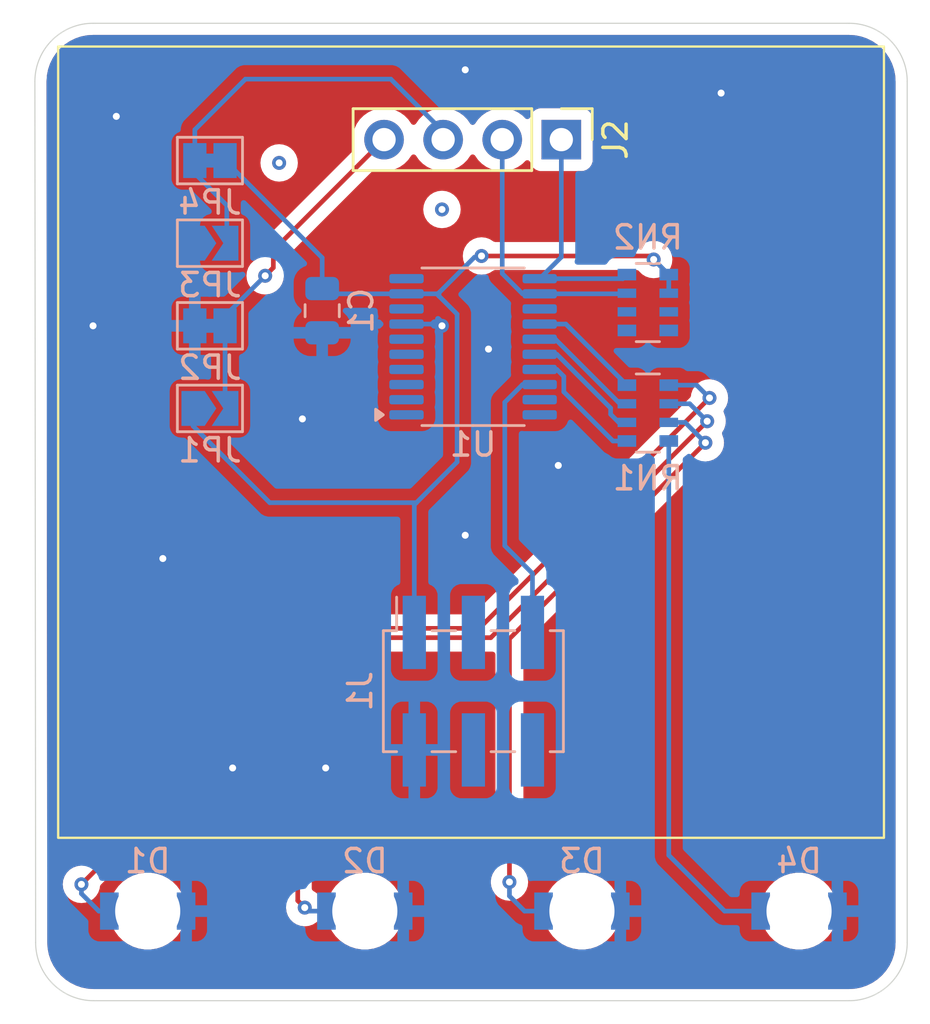
<source format=kicad_pcb>
(kicad_pcb (version 20240108) (generator "pcbnew") (generator_version "8.0")
  (layers (0 "F.Cu" signal) (31 "B.Cu" signal) (34 "B.Paste" user) (35 "F.Paste" user) (36 "B.SilkS" user "B.Silkscreen") (37 "F.SilkS" user "F.Silkscreen") (38 "B.Mask" user) (39 "F.Mask" user) (44 "Edge.Cuts" user))
  (net 0 "")
  (net 1 "VCC")
  (net 2 "VSS")
  (net 3 "Net-(D1-A)")
  (net 4 "Net-(D2-A)")
  (net 5 "Net-(D3-A)")
  (net 6 "Net-(D4-A)")
  (net 7 "SWIO")
  (net 11 "SDA")
  (net 12 "Net-(J2-Pin_3)")
  (net 13 "Net-(J2-Pin_4)")
  (net 14 "SCL")
  (net 15 "C")
  (net 16 "D")
  (net 17 "B")
  (net 18 "A")
  (footprint "Connector_PinHeader_2.54mm:PinHeader_1x04_P2.54mm_Vertical" (layer "F.Cu") (at 174.13 67 -90)
    (property "Reference" "J2" (at 0 -2.33 90) (layer "F.SilkS"))
    (property "Value" "OledDisplay")
    (fp_line (start -1.33 8.95) (end 1.33 8.95) (stroke (width 0.12)) (layer "F.SilkS"))
    (fp_line (start -1.33 1.27) (end -1.33 8.95) (stroke (width 0.12)) (layer "F.SilkS"))
    (fp_line (start -1.33 1.27) (end 1.33 1.27) (stroke (width 0.12)) (layer "F.SilkS"))
    (fp_line (start 1.33 1.27) (end 1.33 8.95) (stroke (width 0.12)) (layer "F.SilkS"))
    (fp_line (start -1.33 0) (end -1.33 -1.33) (stroke (width 0.12)) (layer "F.SilkS"))
    (fp_line (start -1.33 -1.33) (end 0 -1.33) (stroke (width 0.12)) (layer "F.SilkS"))
    (pad "1" thru_hole rect (at 0 0 270) (size 1.7 1.7) (drill 1) (layers "*.Cu" "*.Mask") (net 11 "SDA"))
    (pad "2" thru_hole oval (at 0 2.54 270) (size 1.7 1.7) (drill 1) (layers "*.Cu" "*.Mask") (net 14 "SCL"))
    (pad "3" thru_hole oval (at 0 5.08 270) (size 1.7 1.7) (drill 1) (layers "*.Cu" "*.Mask") (net 12 "Net-(J2-Pin_3)"))
    (pad "4" thru_hole oval (at 0 7.62 270) (size 1.7 1.7) (drill 1) (layers "*.Cu" "*.Mask") (net 13 "Net-(J2-Pin_4)"))
  )
  (footprint "Capacitor_SMD:C_0805_2012Metric" (layer "B.Cu") (at 163.85 74.35 90)
    (property "Reference" "C1" (at 0 1.68 270) (layer "B.SilkS") (effects (justify mirror)))
    (property "Value" "C_Small")
    (fp_line (start 0.261252 -0.735) (end -0.261252 -0.735) (stroke (width 0.12)) (layer "B.SilkS"))
    (fp_line (start 0.261252 0.735) (end -0.261252 0.735) (stroke (width 0.12)) (layer "B.SilkS"))
    (pad "1" smd roundrect (at -0.95 0 90) (size 1 1.45) (layers "B.Cu" "B.Paste" "B.Mask") (net 2 "VSS"))
    (pad "2" smd roundrect (at 0.95 0 90) (size 1 1.45) (layers "B.Cu" "B.Paste" "B.Mask") (net 1 "VCC"))
  )
  (footprint "Resistor_SMD:R_Array_Convex_4x0603" (layer "B.Cu") (at 177.85 78.75)
    (property "Reference" "RN1" (at 0 2.8 360) (layer "B.SilkS") (effects (justify mirror)))
    (property "Value" "R_Pack04")
    (fp_line (start -0.5 -1.68) (end 0.5 -1.68) (stroke (width 0.12)) (layer "B.SilkS"))
    (fp_line (start -0.5 1.68) (end 0.5 1.68) (stroke (width 0.12)) (layer "B.SilkS"))
    (pad "1" smd rect (at -0.9 1.2) (size 0.8 0.5) (layers "B.Cu" "B.Paste" "B.Mask") (net 16 "D"))
    (pad "2" smd rect (at -0.9 0.4) (size 0.8 0.4) (layers "B.Cu" "B.Paste" "B.Mask") (net 15 "C"))
    (pad "3" smd rect (at -0.9 -0.4) (size 0.8 0.4) (layers "B.Cu" "B.Paste" "B.Mask") (net 17 "B"))
    (pad "4" smd rect (at -0.9 -1.2) (size 0.8 0.5) (layers "B.Cu" "B.Paste" "B.Mask") (net 18 "A"))
    (pad "5" smd rect (at 0.9 -1.2) (size 0.8 0.5) (layers "B.Cu" "B.Paste" "B.Mask") (net 3 "Net-(D1-A)"))
    (pad "6" smd rect (at 0.9 -0.4) (size 0.8 0.4) (layers "B.Cu" "B.Paste" "B.Mask") (net 4 "Net-(D2-A)"))
    (pad "7" smd rect (at 0.9 0.4) (size 0.8 0.4) (layers "B.Cu" "B.Paste" "B.Mask") (net 5 "Net-(D3-A)"))
    (pad "8" smd rect (at 0.9 1.2) (size 0.8 0.5) (layers "B.Cu" "B.Paste" "B.Mask") (net 6 "Net-(D4-A)"))
  )
  (footprint "Jumper:SolderJumper-2_P1.3mm_Open_TrianglePad1.0x1.5mm" (layer "B.Cu") (at 159.025 71.45)
    (property "Reference" "JP3" (at 0 1.8 360) (layer "B.SilkS") (effects (justify mirror)))
    (property "Value" "Jumper_2_Open")
    (fp_line (start -1.4 -1) (end 1.4 -1) (stroke (width 0.12)) (layer "B.SilkS"))
    (fp_line (start -1.4 1) (end -1.4 -1) (stroke (width 0.12)) (layer "B.SilkS"))
    (fp_line (start 1.4 -1) (end 1.4 1) (stroke (width 0.12)) (layer "B.SilkS"))
    (fp_line (start 1.4 1) (end -1.4 1) (stroke (width 0.12)) (layer "B.SilkS"))
    (pad "1" smd custom (at -0.725 0) (size 0.3 0.3) (layers "B.Cu" "B.Mask") (net 2 "VSS") (options (clearance outline) (anchor rect)) (primitives (gr_poly (pts (xy 1 0) (xy 0.5 -0.75) (xy -0.5 -0.75) (xy -0.5 0.75) (xy 0.5 0.75)) (width 0) (fill yes))))
    (pad "2" smd custom (at 0.725 0) (size 0.3 0.3) (layers "B.Cu" "B.Mask") (net 12 "Net-(J2-Pin_3)") (options (clearance outline) (anchor rect)) (primitives (gr_poly (pts (xy 0.5 -0.75) (xy -0.65 -0.75) (xy -0.15 0) (xy -0.65 0.75) (xy 0.5 0.75)) (width 0) (fill yes))))
  )
  (footprint "UE_LED:156120VS75000-ReverseCircle" (layer "B.Cu") (at 165.683333 100.15 180)
    (property "Reference" "D2" (at 0 2.15 0) (layer "B.SilkS") (effects (justify mirror)))
    (property "Value" "LED_Small")
    (pad "" np_thru_hole circle (at 0 0 180) (size 2.8 2.8) (drill 2.8) (layers "F&B.Cu" "*.Mask"))
    (pad "1" smd rect (at -1.65 0 180) (size 0.8 1.6) (layers "B.Cu" "B.Paste" "B.Mask") (net 2 "VSS"))
    (pad "2" smd rect (at 1.65 0 180) (size 0.8 1.6) (layers "B.Cu" "B.Paste" "B.Mask") (net 4 "Net-(D2-A)"))
  )
  (footprint "Jumper:SolderJumper-2_P1.3mm_Open_TrianglePad1.0x1.5mm" (layer "B.Cu") (at 159.025 78.55)
    (property "Reference" "JP1" (at 0 1.8 360) (layer "B.SilkS") (effects (justify mirror)))
    (property "Value" "JOpen")
    (fp_line (start -1.4 -1) (end 1.4 -1) (stroke (width 0.12)) (layer "B.SilkS"))
    (fp_line (start -1.4 1) (end -1.4 -1) (stroke (width 0.12)) (layer "B.SilkS"))
    (fp_line (start 1.4 -1) (end 1.4 1) (stroke (width 0.12)) (layer "B.SilkS"))
    (fp_line (start 1.4 1) (end -1.4 1) (stroke (width 0.12)) (layer "B.SilkS"))
    (pad "1" smd custom (at -0.725 0) (size 0.3 0.3) (layers "B.Cu" "B.Mask") (net 1 "VCC") (options (clearance outline) (anchor rect)) (primitives (gr_poly (pts (xy 1 0) (xy 0.5 -0.75) (xy -0.5 -0.75) (xy -0.5 0.75) (xy 0.5 0.75)) (width 0) (fill yes))))
    (pad "2" smd custom (at 0.725 0) (size 0.3 0.3) (layers "B.Cu" "B.Mask") (net 13 "Net-(J2-Pin_4)") (options (clearance outline) (anchor rect)) (primitives (gr_poly (pts (xy 0.5 -0.75) (xy -0.65 -0.75) (xy -0.15 0) (xy -0.65 0.75) (xy 0.5 0.75)) (width 0) (fill yes))))
  )
  (footprint "Package_SO:TSSOP-20_4.4x6.5mm_P0.65mm" (layer "B.Cu") (at 170.3375 75.9)
    (property "Reference" "U1" (at 0 4.2 360) (layer "B.SilkS") (effects (justify mirror)))
    (property "Value" "CH32V003FxPx")
    (fp_line (start -2.2 -3.385) (end 0 -3.385) (stroke (width 0.12)) (layer "B.SilkS"))
    (fp_line (start -2.2 3.385) (end 0 3.385) (stroke (width 0.12)) (layer "B.SilkS"))
    (fp_line (start 2.2 -3.385) (end 0 -3.385) (stroke (width 0.12)) (layer "B.SilkS"))
    (fp_line (start 2.2 3.385) (end 0 3.385) (stroke (width 0.12)) (layer "B.SilkS"))
    (fp_poly (pts (xy -3.86 2.925) (xy -4.19 3.165) (xy -4.19 2.685) (xy -3.86 2.925)) (stroke (width 0.12)) (fill solid) (layer "B.SilkS"))
    (pad "1" smd roundrect (at -2.8625 2.925) (size 1.475 0.4) (layers "B.Cu" "B.Paste" "B.Mask"))
    (pad "2" smd roundrect (at -2.8625 2.275) (size 1.475 0.4) (layers "B.Cu" "B.Paste" "B.Mask"))
    (pad "3" smd roundrect (at -2.8625 1.625) (size 1.475 0.4) (layers "B.Cu" "B.Paste" "B.Mask"))
    (pad "4" smd roundrect (at -2.8625 0.975) (size 1.475 0.4) (layers "B.Cu" "B.Paste" "B.Mask"))
    (pad "5" smd roundrect (at -2.8625 0.325) (size 1.475 0.4) (layers "B.Cu" "B.Paste" "B.Mask"))
    (pad "6" smd roundrect (at -2.8625 -0.325) (size 1.475 0.4) (layers "B.Cu" "B.Paste" "B.Mask"))
    (pad "7" smd roundrect (at -2.8625 -0.975) (size 1.475 0.4) (layers "B.Cu" "B.Paste" "B.Mask") (net 2 "VSS"))
    (pad "8" smd roundrect (at -2.8625 -1.625) (size 1.475 0.4) (layers "B.Cu" "B.Paste" "B.Mask"))
    (pad "9" smd roundrect (at -2.8625 -2.275) (size 1.475 0.4) (layers "B.Cu" "B.Paste" "B.Mask") (net 1 "VCC"))
    (pad "10" smd roundrect (at -2.8625 -2.925) (size 1.475 0.4) (layers "B.Cu" "B.Paste" "B.Mask"))
    (pad "11" smd roundrect (at 2.8625 -2.925) (size 1.475 0.4) (layers "B.Cu" "B.Paste" "B.Mask") (net 11 "SDA"))
    (pad "12" smd roundrect (at 2.8625 -2.275) (size 1.475 0.4) (layers "B.Cu" "B.Paste" "B.Mask") (net 14 "SCL"))
    (pad "13" smd roundrect (at 2.8625 -1.625) (size 1.475 0.4) (layers "B.Cu" "B.Paste" "B.Mask"))
    (pad "14" smd roundrect (at 2.8625 -0.975) (size 1.475 0.4) (layers "B.Cu" "B.Paste" "B.Mask") (net 18 "A"))
    (pad "15" smd roundrect (at 2.8625 -0.325) (size 1.475 0.4) (layers "B.Cu" "B.Paste" "B.Mask") (net 17 "B"))
    (pad "16" smd roundrect (at 2.8625 0.325) (size 1.475 0.4) (layers "B.Cu" "B.Paste" "B.Mask") (net 15 "C"))
    (pad "17" smd roundrect (at 2.8625 0.975) (size 1.475 0.4) (layers "B.Cu" "B.Paste" "B.Mask") (net 16 "D"))
    (pad "18" smd roundrect (at 2.8625 1.625) (size 1.475 0.4) (layers "B.Cu" "B.Paste" "B.Mask") (net 7 "SWIO"))
    (pad "19" smd roundrect (at 2.8625 2.275) (size 1.475 0.4) (layers "B.Cu" "B.Paste" "B.Mask"))
    (pad "20" smd roundrect (at 2.8625 2.925) (size 1.475 0.4) (layers "B.Cu" "B.Paste" "B.Mask"))
  )
  (footprint "UE_LED:156120VS75000-ReverseCircle" (layer "B.Cu") (at 156.35 100.15 180)
    (property "Reference" "D1" (at 0 2.15 0) (layer "B.SilkS") (effects (justify mirror)))
    (property "Value" "LED_Small")
    (pad "" np_thru_hole circle (at 0 0 180) (size 2.8 2.8) (drill 2.8) (layers "F&B.Cu" "*.Mask"))
    (pad "1" smd rect (at -1.65 0 180) (size 0.8 1.6) (layers "B.Cu" "B.Paste" "B.Mask") (net 2 "VSS"))
    (pad "2" smd rect (at 1.65 0 180) (size 0.8 1.6) (layers "B.Cu" "B.Paste" "B.Mask") (net 3 "Net-(D1-A)"))
  )
  (footprint "Jumper:SolderJumper-2_P1.3mm_Bridged_Pad1.0x1.5mm" (layer "B.Cu") (at 159.025 75)
    (property "Reference" "JP2" (at 0 1.8 360) (layer "B.SilkS") (effects (justify mirror)))
    (property "Value" "JClosed")
    (fp_poly (pts (xy -0.25 0.3) (xy 0.25 0.3) (xy 0.25 -0.3) (xy -0.25 -0.3)) (fill solid) (layer "B.Cu"))
    (fp_line (start -1.4 -1) (end 1.4 -1) (stroke (width 0.12)) (layer "B.SilkS"))
    (fp_line (start -1.4 1) (end -1.4 -1) (stroke (width 0.12)) (layer "B.SilkS"))
    (fp_line (start 1.4 -1) (end 1.4 1) (stroke (width 0.12)) (layer "B.SilkS"))
    (fp_line (start 1.4 1) (end -1.4 1) (stroke (width 0.12)) (layer "B.SilkS"))
    (pad "1" smd rect (at -0.65 0) (size 1 1.5) (layers "B.Cu" "B.Mask") (net 2 "VSS"))
    (pad "2" smd rect (at 0.65 0) (size 1 1.5) (layers "B.Cu" "B.Mask") (net 13 "Net-(J2-Pin_4)"))
  )
  (footprint "UE_LED:156120VS75000-ReverseCircle" (layer "B.Cu") (at 175.016666 100.15 180)
    (property "Reference" "D3" (at 0 2.15 0) (layer "B.SilkS") (effects (justify mirror)))
    (property "Value" "LED_Small")
    (pad "" np_thru_hole circle (at 0 0 180) (size 2.8 2.8) (drill 2.8) (layers "F&B.Cu" "*.Mask"))
    (pad "1" smd rect (at -1.65 0 180) (size 0.8 1.6) (layers "B.Cu" "B.Paste" "B.Mask") (net 2 "VSS"))
    (pad "2" smd rect (at 1.65 0 180) (size 0.8 1.6) (layers "B.Cu" "B.Paste" "B.Mask") (net 5 "Net-(D3-A)"))
  )
  (footprint "Jumper:SolderJumper-2_P1.3mm_Bridged_Pad1.0x1.5mm" (layer "B.Cu") (at 159.025 67.9)
    (property "Reference" "JP4" (at 0 1.8 360) (layer "B.SilkS") (effects (justify mirror)))
    (property "Value" "Jumper_2_Bridged")
    (fp_poly (pts (xy -0.25 0.3) (xy 0.25 0.3) (xy 0.25 -0.3) (xy -0.25 -0.3)) (fill solid) (layer "B.Cu"))
    (fp_line (start -1.4 -1) (end 1.4 -1) (stroke (width 0.12)) (layer "B.SilkS"))
    (fp_line (start -1.4 1) (end -1.4 -1) (stroke (width 0.12)) (layer "B.SilkS"))
    (fp_line (start 1.4 -1) (end 1.4 1) (stroke (width 0.12)) (layer "B.SilkS"))
    (fp_line (start 1.4 1) (end -1.4 1) (stroke (width 0.12)) (layer "B.SilkS"))
    (pad "1" smd rect (at -0.65 0) (size 1 1.5) (layers "B.Cu" "B.Mask") (net 12 "Net-(J2-Pin_3)"))
    (pad "2" smd rect (at 0.65 0) (size 1 1.5) (layers "B.Cu" "B.Mask") (net 1 "VCC"))
  )
  (footprint "Connector_PinHeader_2.54mm:PinHeader_2x03_P2.54mm_Vertical_SMD" (layer "B.Cu") (at 170.35 90.7 -90)
    (property "Reference" "J1" (at 0 4.87 90) (layer "B.SilkS") (effects (justify mirror)))
    (property "Value" "Conn_02x03_Odd_Even" (hide yes))
    (fp_line (start 2.6 3.87) (end -2.6 3.87) (stroke (width 0.12)) (layer "B.SilkS"))
    (fp_line (start -2.6 3.3) (end -2.6 3.87) (stroke (width 0.12)) (layer "B.SilkS"))
    (fp_line (start -2.6 3.3) (end -4.04 3.3) (stroke (width 0.12)) (layer "B.SilkS"))
    (fp_line (start 2.6 3.3) (end 2.6 3.87) (stroke (width 0.12)) (layer "B.SilkS"))
    (fp_line (start -2.6 0.76) (end -2.6 1.78) (stroke (width 0.12)) (layer "B.SilkS"))
    (fp_line (start 2.6 0.76) (end 2.6 1.78) (stroke (width 0.12)) (layer "B.SilkS"))
    (fp_line (start -2.6 -1.78) (end -2.6 -0.76) (stroke (width 0.12)) (layer "B.SilkS"))
    (fp_line (start 2.6 -1.78) (end 2.6 -0.76) (stroke (width 0.12)) (layer "B.SilkS"))
    (fp_line (start -2.6 -3.87) (end -2.6 -3.3) (stroke (width 0.12)) (layer "B.SilkS"))
    (fp_line (start 2.6 -3.87) (end 2.6 -3.3) (stroke (width 0.12)) (layer "B.SilkS"))
    (fp_line (start 2.6 -3.87) (end -2.6 -3.87) (stroke (width 0.12)) (layer "B.SilkS"))
    (pad "1" smd rect (at -2.525 2.54 270) (size 3.15 1) (layers "B.Cu" "B.Paste" "B.Mask") (net 1 "VCC"))
    (pad "2" smd rect (at 2.525 2.54 270) (size 3.15 1) (layers "B.Cu" "B.Paste" "B.Mask") (net 2 "VSS"))
    (pad "3" smd rect (at -2.525 0 270) (size 3.15 1) (layers "B.Cu" "B.Paste" "B.Mask"))
    (pad "4" smd rect (at 2.525 0 270) (size 3.15 1) (layers "B.Cu" "B.Paste" "B.Mask"))
    (pad "5" smd rect (at -2.525 -2.54 270) (size 3.15 1) (layers "B.Cu" "B.Paste" "B.Mask") (net 7 "SWIO"))
    (pad "6" smd rect (at 2.525 -2.54 270) (size 3.15 1) (layers "B.Cu" "B.Paste" "B.Mask"))
  )
  (footprint "Resistor_SMD:R_Array_Convex_4x0603" (layer "B.Cu") (at 177.85 74 180)
    (property "Reference" "RN2" (at 0 2.8 180) (layer "B.SilkS") (effects (justify mirror)))
    (property "Value" "R_Pack04")
    (fp_line (start -0.5 1.68) (end 0.5 1.68) (stroke (width 0.12)) (layer "B.SilkS"))
    (fp_line (start -0.5 -1.68) (end 0.5 -1.68) (stroke (width 0.12)) (layer "B.SilkS"))
    (pad "1" smd rect (at -0.9 1.2 180) (size 0.8 0.5) (layers "B.Cu" "B.Paste" "B.Mask") (net 1 "VCC"))
    (pad "2" smd rect (at -0.9 0.4 180) (size 0.8 0.4) (layers "B.Cu" "B.Paste" "B.Mask") (net 1 "VCC"))
    (pad "3" smd rect (at -0.9 -0.4 180) (size 0.8 0.4) (layers "B.Cu" "B.Paste" "B.Mask"))
    (pad "4" smd rect (at -0.9 -1.2 180) (size 0.8 0.5) (layers "B.Cu" "B.Paste" "B.Mask"))
    (pad "5" smd rect (at 0.9 -1.2 180) (size 0.8 0.5) (layers "B.Cu" "B.Paste" "B.Mask"))
    (pad "6" smd rect (at 0.9 -0.4 180) (size 0.8 0.4) (layers "B.Cu" "B.Paste" "B.Mask"))
    (pad "7" smd rect (at 0.9 0.4 180) (size 0.8 0.4) (layers "B.Cu" "B.Paste" "B.Mask") (net 14 "SCL"))
    (pad "8" smd rect (at 0.9 1.2 180) (size 0.8 0.5) (layers "B.Cu" "B.Paste" "B.Mask") (net 11 "SDA"))
  )
  (footprint "UE_LED:156120VS75000-ReverseCircle" (layer "B.Cu") (at 184.35 100.15 180)
    (property "Reference" "D4" (at 0 2.15 0) (layer "B.SilkS") (effects (justify mirror)))
    (property "Value" "LED_Small")
    (pad "" np_thru_hole circle (at 0 0 180) (size 2.8 2.8) (drill 2.8) (layers "F&B.Cu" "*.Mask"))
    (pad "1" smd rect (at -1.65 0 180) (size 0.8 1.6) (layers "B.Cu" "B.Paste" "B.Mask") (net 2 "VSS"))
    (pad "2" smd rect (at 1.65 0 180) (size 0.8 1.6) (layers "B.Cu" "B.Paste" "B.Mask") (net 6 "Net-(D4-A)"))
  )
  (gr_rect (start 152.5 63) (end 188 97) (stroke (width 0.1)) (fill none) (layer "F.SilkS"))
  (gr_line (start 154 62) (end 186.5 62) (stroke (width 0.05)) (layer "Edge.Cuts"))
  (gr_arc (start 154.032233 104) (mid 152.264466 103.267767) (end 151.532233 101.5) (stroke (width 0.05)) (layer "Edge.Cuts"))
  (gr_line (start 189 64.5) (end 189 101.5) (stroke (width 0.05)) (layer "Edge.Cuts"))
  (gr_line (start 151.532233 101.5) (end 151.5 64.5) (stroke (width 0.05)) (layer "Edge.Cuts"))
  (gr_arc (start 189 101.5) (mid 188.267767 103.267767) (end 186.5 104) (stroke (width 0.05)) (layer "Edge.Cuts"))
  (gr_arc (start 186.5 62) (mid 188.267767 62.732233) (end 189 64.5) (stroke (width 0.05)) (layer "Edge.Cuts"))
  (gr_line (start 186.5 104) (end 154.032233 104) (stroke (width 0.05)) (layer "Edge.Cuts"))
  (gr_arc (start 151.5 64.5) (mid 152.232233 62.732233) (end 154 62) (stroke (width 0.05)) (layer "Edge.Cuts"))
  (via (at 162 68) (size 0.6) (drill 0.3) (layers "F.Cu" "B.Cu") (net 0))
  (via (at 169 70) (size 0.6) (drill 0.3) (layers "F.Cu" "B.Cu") (net 0))
  (segment (start 170.7 72) (end 177.95 72) (width 0.2) (layer "F.Cu") (net 1))
  (segment (start 177.95 72) (end 178.1 72.15) (width 0.2) (layer "F.Cu") (net 1))
  (via (at 170.7 72) (size 0.6) (drill 0.3) (layers "F.Cu" "B.Cu") (net 1))
  (via (at 178.1 72.15) (size 0.6) (drill 0.3) (layers "F.Cu" "B.Cu") (net 1))
  (segment (start 168.875 73.725) (end 168.775 73.625) (width 0.2) (layer "B.Cu") (net 1))
  (segment (start 168.775 73.625) (end 167.475 73.625) (width 0.2) (layer "B.Cu") (net 1))
  (segment (start 178.1 72.15) (end 178.75 72.8) (width 0.2) (layer "B.Cu") (net 1))
  (segment (start 169.65 74.5) (end 168.875 73.725) (width 0.2) (layer "B.Cu") (net 1))
  (segment (start 168.875 73.725) (end 168.875 73.575) (width 0.2) (layer "B.Cu") (net 1))
  (segment (start 163.85 72.075) (end 163.85 73.4) (width 0.2) (layer "B.Cu") (net 1))
  (segment (start 159.675 67.9) (end 163.85 72.075) (width 0.2) (layer "B.Cu") (net 1))
  (segment (start 158.3 79.305) (end 161.595 82.6) (width 0.2) (layer "B.Cu") (net 1))
  (segment (start 178.75 73.6) (end 178.75 72.8) (width 0.2) (layer "B.Cu") (net 1))
  (segment (start 170.4 72.05) (end 170.65 72.05) (width 0.2) (layer "B.Cu") (net 1))
  (segment (start 167.81 88.175) (end 167.81 82.69) (width 0.2) (layer "B.Cu") (net 1))
  (segment (start 168.875 73.575) (end 170.4 72.05) (width 0.2) (layer "B.Cu") (net 1))
  (segment (start 178 72.05) (end 178.1 72.15) (width 0.2) (layer "B.Cu") (net 1))
  (segment (start 170.65 72.05) (end 170.7 72) (width 0.2) (layer "B.Cu") (net 1))
  (segment (start 169.65 80.85) (end 169.65 74.5) (width 0.2) (layer "B.Cu") (net 1))
  (segment (start 167.9 82.6) (end 169.65 80.85) (width 0.2) (layer "B.Cu") (net 1))
  (segment (start 164.075 73.625) (end 163.85 73.4) (width 0.2) (layer "B.Cu") (net 1))
  (segment (start 158.3 78.55) (end 158.3 79.305) (width 0.2) (layer "B.Cu") (net 1))
  (segment (start 161.595 82.6) (end 167.9 82.6) (width 0.2) (layer "B.Cu") (net 1))
  (segment (start 167.81 82.69) (end 167.9 82.6) (width 0.2) (layer "B.Cu") (net 1))
  (segment (start 167.475 73.625) (end 164.075 73.625) (width 0.2) (layer "B.Cu") (net 1))
  (via (at 170 64) (size 0.6) (drill 0.3) (layers "F.Cu" "B.Cu") (net 2))
  (via (at 164 94) (size 0.6) (drill 0.3) (layers "F.Cu" "B.Cu") (net 2))
  (via (at 155 66) (size 0.6) (drill 0.3) (layers "F.Cu" "B.Cu") (net 2))
  (via (at 171 76) (size 0.6) (drill 0.3) (layers "F.Cu" "B.Cu") (net 2))
  (via (at 160 94) (size 0.6) (drill 0.3) (layers "F.Cu" "B.Cu") (net 2))
  (via (at 157 85) (size 0.6) (drill 0.3) (layers "F.Cu" "B.Cu") (net 2))
  (via (at 154 75) (size 0.6) (drill 0.3) (layers "F.Cu" "B.Cu") (net 2))
  (via (at 163 79) (size 0.6) (drill 0.3) (layers "F.Cu" "B.Cu") (net 2))
  (via (at 181 65) (size 0.6) (drill 0.3) (layers "F.Cu" "B.Cu") (net 2))
  (via (at 169 75) (size 0.6) (drill 0.3) (layers "F.Cu" "B.Cu") (net 2))
  (via (at 170 84) (size 0.6) (drill 0.3) (layers "F.Cu" "B.Cu") (net 2))
  (via (at 174 81) (size 0.6) (drill 0.3) (layers "F.Cu" "B.Cu") (net 2))
  (segment (start 167.475 74.925) (end 168.925 74.925) (width 0.2) (layer "B.Cu") (net 2))
  (segment (start 168.925 74.925) (end 169 75) (width 0.2) (layer "B.Cu") (net 2))
  (segment (start 160.2 88) (end 170.6 88) (width 0.2) (layer "F.Cu") (net 3))
  (segment (start 170.6 88) (end 180.5 78.1) (width 0.2) (layer "F.Cu") (net 3))
  (segment (start 153.5 99) (end 154.3 98.2) (width 0.2) (layer "F.Cu") (net 3))
  (segment (start 154.3 98.2) (end 154.3 93.9) (width 0.2) (layer "F.Cu") (net 3))
  (segment (start 154.3 93.9) (end 160.2 88) (width 0.2) (layer "F.Cu") (net 3))
  (via (at 180.5 78.1) (size 0.6) (drill 0.3) (layers "F.Cu" "B.Cu") (net 3))
  (via (at 153.5 99) (size 0.6) (drill 0.3) (layers "F.Cu" "B.Cu") (net 3))
  (segment (start 179.95 77.55) (end 180.5 78.1) (width 0.2) (layer "B.Cu") (net 3))
  (segment (start 178.75 77.55) (end 179.95 77.55) (width 0.2) (layer "B.Cu") (net 3))
  (segment (start 153.5 99) (end 153.5 99.4) (width 0.2) (layer "B.Cu") (net 3))
  (segment (start 153.5 99.4) (end 154.25 100.15) (width 0.2) (layer "B.Cu") (net 3))
  (segment (start 154.25 100.15) (end 154.6 100.15) (width 0.2) (layer "B.Cu") (net 3))
  (segment (start 162.8 90.6) (end 162.8 91.4) (width 0.2) (layer "F.Cu") (net 4))
  (segment (start 171.1 88.4) (end 165 88.4) (width 0.2) (layer "F.Cu") (net 4))
  (segment (start 162.8 99.7) (end 163.1 100) (width 0.2) (layer "F.Cu") (net 4))
  (segment (start 162.8 91.4) (end 162.8 99.7) (width 0.2) (layer "F.Cu") (net 4))
  (segment (start 165 88.4) (end 162.8 90.6) (width 0.2) (layer "F.Cu") (net 4))
  (segment (start 180.4 79.1) (end 171.1 88.4) (width 0.2) (layer "F.Cu") (net 4))
  (via (at 180.4 79.1) (size 0.6) (drill 0.3) (layers "F.Cu" "B.Cu") (net 4))
  (via (at 163.1 100) (size 0.6) (drill 0.3) (layers "F.Cu" "B.Cu") (net 4))
  (segment (start 163.25 100.15) (end 163.933333 100.15) (width 0.2) (layer "B.Cu") (net 4))
  (segment (start 179.65 78.35) (end 180.4 79.1) (width 0.2) (layer "B.Cu") (net 4))
  (segment (start 163.1 100) (end 163.25 100.15) (width 0.2) (layer "B.Cu") (net 4))
  (segment (start 178.75 78.35) (end 179.65 78.35) (width 0.2) (layer "B.Cu") (net 4))
  (segment (start 171.9 88.44853) (end 171.9 98.9) (width 0.2) (layer "F.Cu") (net 5))
  (segment (start 180.324265 80.024265) (end 171.9 88.44853) (width 0.2) (layer "F.Cu") (net 5))
  (via (at 180.324265 80.024265) (size 0.6) (drill 0.3) (layers "F.Cu" "B.Cu") (net 5))
  (via (at 171.9 98.9) (size 0.6) (drill 0.3) (layers "F.Cu" "B.Cu") (net 5))
  (segment (start 179.45 79.15) (end 180.324265 80.024265) (width 0.2) (layer "B.Cu") (net 5))
  (segment (start 172.55 100.15) (end 173.266666 100.15) (width 0.2) (layer "B.Cu") (net 5))
  (segment (start 178.75 79.15) (end 179.45 79.15) (width 0.2) (layer "B.Cu") (net 5))
  (segment (start 171.9 99.5) (end 172.55 100.15) (width 0.2) (layer "B.Cu") (net 5))
  (segment (start 171.9 98.9) (end 171.9 99.5) (width 0.2) (layer "B.Cu") (net 5))
  (segment (start 178.75 97.75) (end 181.15 100.15) (width 0.2) (layer "B.Cu") (net 6))
  (segment (start 178.75 79.95) (end 178.75 97.75) (width 0.2) (layer "B.Cu") (net 6))
  (segment (start 181.15 100.15) (end 182.6 100.15) (width 0.2) (layer "B.Cu") (net 6))
  (segment (start 171.7 84.45) (end 172.89 85.64) (width 0.2) (layer "B.Cu") (net 7))
  (segment (start 173.2 77.525) (end 172.462501 77.525) (width 0.2) (layer "B.Cu") (net 7))
  (segment (start 172.462501 77.525) (end 171.7 78.287501) (width 0.2) (layer "B.Cu") (net 7))
  (segment (start 172.89 85.64) (end 172.89 88.175) (width 0.2) (layer "B.Cu") (net 7))
  (segment (start 171.7 78.287501) (end 171.7 84.45) (width 0.2) (layer "B.Cu") (net 7))
  (segment (start 173.2 72.975) (end 174.13 72.045) (width 0.2) (layer "B.Cu") (net 11))
  (segment (start 176.775 72.975) (end 176.95 72.8) (width 0.2) (layer "B.Cu") (net 11))
  (segment (start 174.13 72.045) (end 174.13 67) (width 0.2) (layer "B.Cu") (net 11))
  (segment (start 173.2 72.975) (end 176.775 72.975) (width 0.2) (layer "B.Cu") (net 11))
  (segment (start 158.375 68.45) (end 158.375 67.9) (width 0.2) (layer "B.Cu") (net 12))
  (segment (start 159.75 69.825) (end 158.375 68.45) (width 0.2) (layer "B.Cu") (net 12))
  (segment (start 159.75 71.45) (end 159.75 69.825) (width 0.2) (layer "B.Cu") (net 12))
  (segment (start 160.55 64.4) (end 166.8 64.4) (width 0.2) (layer "B.Cu") (net 12))
  (segment (start 158.375 66.575) (end 160.55 64.4) (width 0.2) (layer "B.Cu") (net 12))
  (segment (start 158.375 67.9) (end 158.375 66.575) (width 0.2) (layer "B.Cu") (net 12))
  (segment (start 169.05 66.65) (end 169.05 67) (width 0.2) (layer "B.Cu") (net 12))
  (segment (start 166.8 64.4) (end 169.05 66.65) (width 0.2) (layer "B.Cu") (net 12))
  (segment (start 161.4 72.85) (end 161.75 72.5) (width 0.2) (layer "F.Cu") (net 13))
  (segment (start 161.75 71.76) (end 166.51 67) (width 0.2) (layer "F.Cu") (net 13))
  (segment (start 161.75 72.5) (end 161.75 71.76) (width 0.2) (layer "F.Cu") (net 13))
  (via (at 161.4 72.85) (size 0.6) (drill 0.3) (layers "F.Cu" "B.Cu") (net 13))
  (segment (start 159.675 74.575) (end 161.4 72.85) (width 0.2) (layer "B.Cu") (net 13))
  (segment (start 159.675 75) (end 159.675 78.475) (width 0.2) (layer "B.Cu") (net 13))
  (segment (start 159.675 78.475) (end 159.75 78.55) (width 0.2) (layer "B.Cu") (net 13))
  (segment (start 159.675 75) (end 159.675 74.575) (width 0.2) (layer "B.Cu") (net 13))
  (segment (start 171.59 72.752499) (end 171.59 67) (width 0.2) (layer "B.Cu") (net 14))
  (segment (start 173.2 73.625) (end 176.925 73.625) (width 0.2) (layer "B.Cu") (net 14))
  (segment (start 176.925 73.625) (end 176.95 73.6) (width 0.2) (layer "B.Cu") (net 14))
  (segment (start 173.2 73.625) (end 172.462501 73.625) (width 0.2) (layer "B.Cu") (net 14))
  (segment (start 172.462501 73.625) (end 171.59 72.752499) (width 0.2) (layer "B.Cu") (net 14))
  (segment (start 173.937499 76.225) (end 176.25 78.537501) (width 0.2) (layer "B.Cu") (net 15))
  (segment (start 176.25 78.8) (end 176.6 79.15) (width 0.2) (layer "B.Cu") (net 15))
  (segment (start 176.6 79.15) (end 176.95 79.15) (width 0.2) (layer "B.Cu") (net 15))
  (segment (start 173.2 76.225) (end 173.937499 76.225) (width 0.2) (layer "B.Cu") (net 15))
  (segment (start 176.25 78.537501) (end 176.25 78.8) (width 0.2) (layer "B.Cu") (net 15))
  (segment (start 176.35 79.95) (end 176.95 79.95) (width 0.2) (layer "B.Cu") (net 16))
  (segment (start 173.937499 76.875) (end 174.2375 77.175001) (width 0.2) (layer "B.Cu") (net 16))
  (segment (start 173.2 76.875) (end 173.937499 76.875) (width 0.2) (layer "B.Cu") (net 16))
  (segment (start 174.2375 77.175001) (end 174.2375 77.8375) (width 0.2) (layer "B.Cu") (net 16))
  (segment (start 174.2375 77.8375) (end 176.35 79.95) (width 0.2) (layer "B.Cu") (net 16))
  (segment (start 176.65 78.35) (end 176.95 78.35) (width 0.2) (layer "B.Cu") (net 17))
  (segment (start 173.875 75.575) (end 176.65 78.35) (width 0.2) (layer "B.Cu") (net 17))
  (segment (start 173.2 75.575) (end 173.875 75.575) (width 0.2) (layer "B.Cu") (net 17))
  (segment (start 173.2 74.925) (end 174.325 74.925) (width 0.2) (layer "B.Cu") (net 18))
  (segment (start 174.325 74.925) (end 176.95 77.55) (width 0.2) (layer "B.Cu") (net 18))
  (zone (net 2) (net_name "VSS") (layers "F&B.Cu") (connect_pads (clearance 0.5)) (min_thickness 0.25) (fill yes (thermal_gap 0.5) (thermal_bridge_width 0.5))
    (polygon (pts (xy 150 61) (xy 190 61) (xy 190 105) (xy 150 105)))
  )
)
</source>
